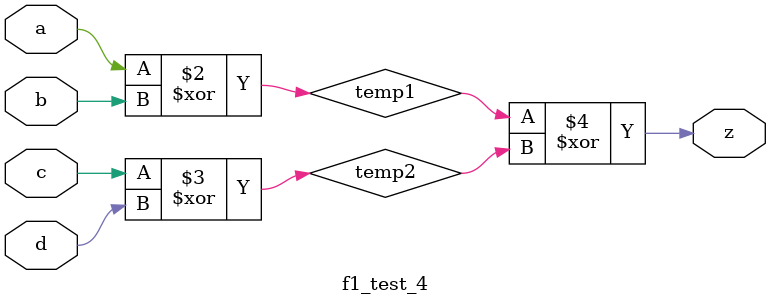
<source format=v>
module f1_test_4(a, b, c, d, z);
input a, b, c, d;
output z;
reg z, temp1, temp2;
always @(a or b or c or d)
begin
    temp1 = a ^ b;
	temp2 = c ^ d;
	z = temp1 ^ temp2;
end	
endmodule
</source>
